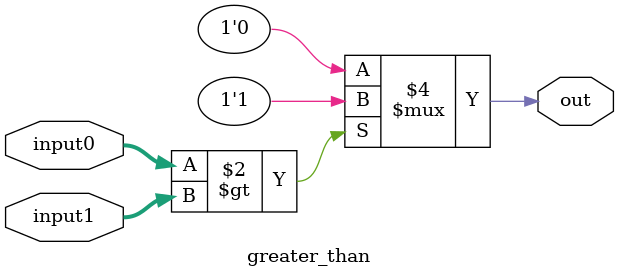
<source format=v>
`timescale 1ns / 1ps

module greater_than(
    	 input [15:0] input0,
	 input [15:0] input1,
    	 output reg out);
	 
	always @(*)
		if(input0 > input1)
			begin
				out = 1;
			end
		else
			begin
				out = 0;
			end
endmodule

</source>
